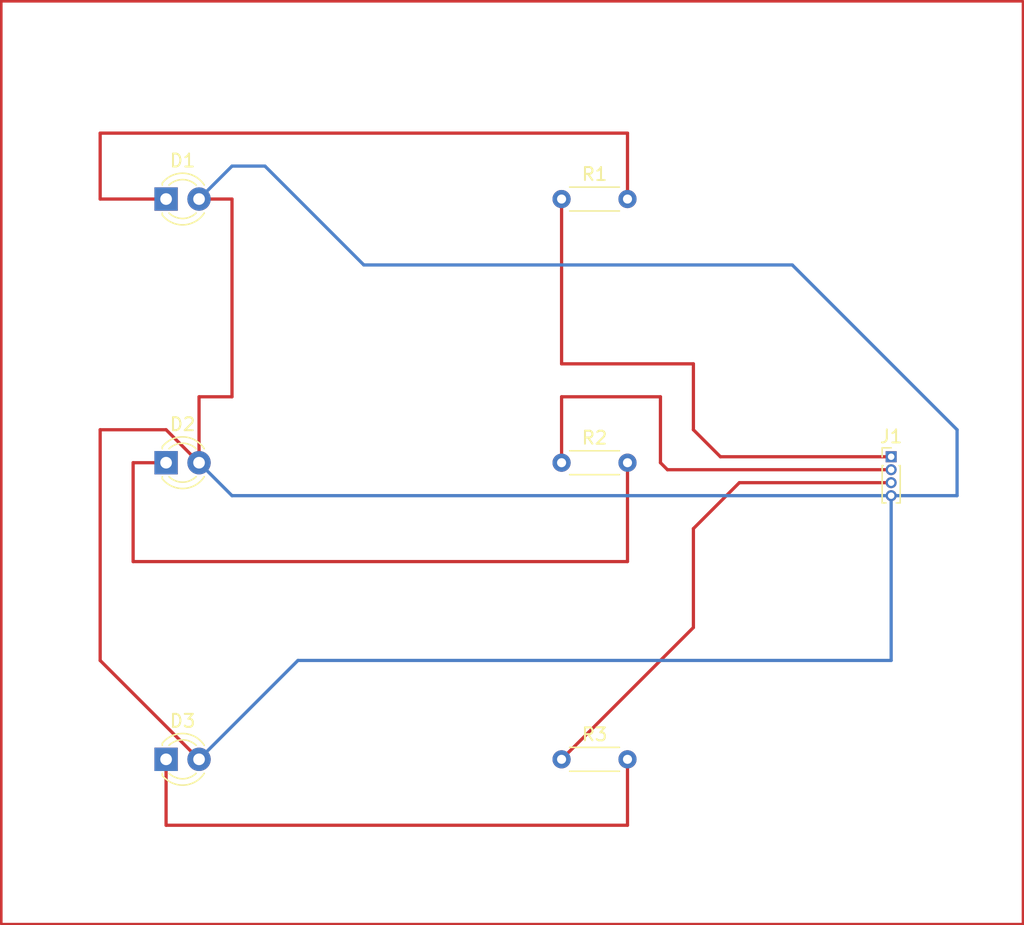
<source format=kicad_pcb>
(kicad_pcb (version 20221018) (generator pcbnew)
  (layers (0 "F.Cu" signal) (31 "B.Cu" signal) (34 "B.Paste" user) (35 "F.Paste" user) (36 "B.SilkS" user "B.Silkscreen") (37 "F.SilkS" user "F.Silkscreen") (38 "B.Mask" user) (39 "F.Mask" user) (44 "Edge.Cuts" user))
  (net 0 "")
  (net 1 "Net-(D1-K)")
  (net 2 "GND")
  (net 3 "Net-(D2-K)")
  (net 4 "Net-(D3-K)")
  (net 5 "Net-(J1-Pin_1)")
  (net 6 "Net-(J1-Pin_2)")
  (net 7 "Net-(J1-Pin_3)")
  (footprint "Connector_PinHeader_1.00mm:PinHeader_1x04_P1.00mm_Vertical" (layer "F.Cu") (at 154.94 70.66)
    (fp_text reference "J1" (at 0 -1.56) (layer "F.SilkS"))
    (fp_text value "Conn_01x04_Pin")
    (fp_line (start -0.695 -0.685) (end 0 -0.685) (stroke (width 0.12)) (layer "F.SilkS"))
    (fp_line (start -0.695 0) (end -0.695 -0.685) (stroke (width 0.12)) (layer "F.SilkS"))
    (fp_line (start -0.695 0.685) (end -0.695 3.56) (stroke (width 0.12)) (layer "F.SilkS"))
    (fp_line (start -0.695 0.685) (end -0.608276 0.685) (stroke (width 0.12)) (layer "F.SilkS"))
    (fp_line (start -0.695 3.56) (end -0.394493 3.56) (stroke (width 0.12)) (layer "F.SilkS"))
    (fp_line (start 0.394493 3.56) (end 0.695 3.56) (stroke (width 0.12)) (layer "F.SilkS"))
    (fp_line (start 0.608276 0.685) (end 0.695 0.685) (stroke (width 0.12)) (layer "F.SilkS"))
    (fp_line (start 0.695 0.685) (end 0.695 3.56) (stroke (width 0.12)) (layer "F.SilkS"))
    (pad "1" thru_hole rect (at 0 0) (size 0.85 0.85) (drill 0.5) (layers "*.Cu" "*.Mask") (net 5 "Net-(J1-Pin_1)"))
    (pad "2" thru_hole oval (at 0 1) (size 0.85 0.85) (drill 0.5) (layers "*.Cu" "*.Mask") (net 6 "Net-(J1-Pin_2)"))
    (pad "3" thru_hole oval (at 0 2) (size 0.85 0.85) (drill 0.5) (layers "*.Cu" "*.Mask") (net 7 "Net-(J1-Pin_3)"))
    (pad "4" thru_hole oval (at 0 3) (size 0.85 0.85) (drill 0.5) (layers "*.Cu" "*.Mask") (net 2 "GND"))
  )
  (footprint "LED_THT:LED_D3.0mm" (layer "F.Cu") (at 99.06 50.8)
    (fp_text reference "D1" (at 1.27 -2.96) (layer "F.SilkS"))
    (fp_text value "LED")
    (fp_line (start -0.29 -1.236) (end -0.29 -1.08) (stroke (width 0.12)) (layer "F.SilkS"))
    (fp_line (start -0.29 1.08) (end -0.29 1.236) (stroke (width 0.12)) (layer "F.SilkS"))
    (fp_arc (start -0.29 -1.235516) (mid 1.366487 -1.987659) (end 2.942335 -1.078608) (stroke (width 0.12)) (layer "F.SilkS"))
    (fp_arc (start 0.229039 -1.08) (mid 1.270117 -1.5) (end 2.31113 -1.079837) (stroke (width 0.12)) (layer "F.SilkS"))
    (fp_arc (start 2.31113 1.079837) (mid 1.270117 1.5) (end 0.229039 1.08) (stroke (width 0.12)) (layer "F.SilkS"))
    (fp_arc (start 2.942335 1.078608) (mid 1.366487 1.987659) (end -0.29 1.235516) (stroke (width 0.12)) (layer "F.SilkS"))
    (pad "1" thru_hole rect (at 0 0) (size 1.8 1.8) (drill 0.9) (layers "*.Cu" "*.Mask") (net 1 "Net-(D1-K)"))
    (pad "2" thru_hole circle (at 2.54 0) (size 1.8 1.8) (drill 0.9) (layers "*.Cu" "*.Mask") (net 2 "GND"))
  )
  (footprint "Resistor_THT:R_Axial_DIN0204_L3.6mm_D1.6mm_P5.08mm_Horizontal" (layer "F.Cu") (at 129.54 93.98)
    (fp_text reference "R3" (at 2.54 -1.92) (layer "F.SilkS"))
    (fp_text value "R")
    (fp_line (start 0.62 -0.92) (end 4.46 -0.92) (stroke (width 0.12)) (layer "F.SilkS"))
    (fp_line (start 0.62 0.92) (end 4.46 0.92) (stroke (width 0.12)) (layer "F.SilkS"))
    (pad "1" thru_hole circle (at 0 0) (size 1.4 1.4) (drill 0.7) (layers "*.Cu" "*.Mask") (net 7 "Net-(J1-Pin_3)"))
    (pad "2" thru_hole oval (at 5.08 0) (size 1.4 1.4) (drill 0.7) (layers "*.Cu" "*.Mask") (net 4 "Net-(D3-K)"))
  )
  (footprint "Resistor_THT:R_Axial_DIN0204_L3.6mm_D1.6mm_P5.08mm_Horizontal" (layer "F.Cu") (at 129.54 71.12)
    (fp_text reference "R2" (at 2.54 -1.92) (layer "F.SilkS"))
    (fp_text value "R")
    (fp_line (start 0.62 -0.92) (end 4.46 -0.92) (stroke (width 0.12)) (layer "F.SilkS"))
    (fp_line (start 0.62 0.92) (end 4.46 0.92) (stroke (width 0.12)) (layer "F.SilkS"))
    (pad "1" thru_hole circle (at 0 0) (size 1.4 1.4) (drill 0.7) (layers "*.Cu" "*.Mask") (net 6 "Net-(J1-Pin_2)"))
    (pad "2" thru_hole oval (at 5.08 0) (size 1.4 1.4) (drill 0.7) (layers "*.Cu" "*.Mask") (net 3 "Net-(D2-K)"))
  )
  (footprint "LED_THT:LED_D3.0mm" (layer "F.Cu") (at 99.06 93.98)
    (fp_text reference "D3" (at 1.27 -2.96) (layer "F.SilkS"))
    (fp_text value "LED")
    (fp_line (start -0.29 -1.236) (end -0.29 -1.08) (stroke (width 0.12)) (layer "F.SilkS"))
    (fp_line (start -0.29 1.08) (end -0.29 1.236) (stroke (width 0.12)) (layer "F.SilkS"))
    (fp_arc (start -0.29 -1.235516) (mid 1.366487 -1.987659) (end 2.942335 -1.078608) (stroke (width 0.12)) (layer "F.SilkS"))
    (fp_arc (start 0.229039 -1.08) (mid 1.270117 -1.5) (end 2.31113 -1.079837) (stroke (width 0.12)) (layer "F.SilkS"))
    (fp_arc (start 2.31113 1.079837) (mid 1.270117 1.5) (end 0.229039 1.08) (stroke (width 0.12)) (layer "F.SilkS"))
    (fp_arc (start 2.942335 1.078608) (mid 1.366487 1.987659) (end -0.29 1.235516) (stroke (width 0.12)) (layer "F.SilkS"))
    (pad "1" thru_hole rect (at 0 0) (size 1.8 1.8) (drill 0.9) (layers "*.Cu" "*.Mask") (net 4 "Net-(D3-K)"))
    (pad "2" thru_hole circle (at 2.54 0) (size 1.8 1.8) (drill 0.9) (layers "*.Cu" "*.Mask") (net 2 "GND"))
  )
  (footprint "Resistor_THT:R_Axial_DIN0204_L3.6mm_D1.6mm_P5.08mm_Horizontal" (layer "F.Cu") (at 129.54 50.8)
    (fp_text reference "R1" (at 2.54 -1.92) (layer "F.SilkS"))
    (fp_text value "R")
    (fp_line (start 0.62 -0.92) (end 4.46 -0.92) (stroke (width 0.12)) (layer "F.SilkS"))
    (fp_line (start 0.62 0.92) (end 4.46 0.92) (stroke (width 0.12)) (layer "F.SilkS"))
    (pad "1" thru_hole circle (at 0 0) (size 1.4 1.4) (drill 0.7) (layers "*.Cu" "*.Mask") (net 5 "Net-(J1-Pin_1)"))
    (pad "2" thru_hole oval (at 5.08 0) (size 1.4 1.4) (drill 0.7) (layers "*.Cu" "*.Mask") (net 1 "Net-(D1-K)"))
  )
  (footprint "LED_THT:LED_D3.0mm" (layer "F.Cu") (at 99.06 71.12)
    (fp_text reference "D2" (at 1.27 -2.96) (layer "F.SilkS"))
    (fp_text value "LED")
    (fp_line (start -0.29 -1.236) (end -0.29 -1.08) (stroke (width 0.12)) (layer "F.SilkS"))
    (fp_line (start -0.29 1.08) (end -0.29 1.236) (stroke (width 0.12)) (layer "F.SilkS"))
    (fp_arc (start -0.29 -1.235516) (mid 1.366487 -1.987659) (end 2.942335 -1.078608) (stroke (width 0.12)) (layer "F.SilkS"))
    (fp_arc (start 0.229039 -1.08) (mid 1.270117 -1.5) (end 2.31113 -1.079837) (stroke (width 0.12)) (layer "F.SilkS"))
    (fp_arc (start 2.31113 1.079837) (mid 1.270117 1.5) (end 0.229039 1.08) (stroke (width 0.12)) (layer "F.SilkS"))
    (fp_arc (start 2.942335 1.078608) (mid 1.366487 1.987659) (end -0.29 1.235516) (stroke (width 0.12)) (layer "F.SilkS"))
    (pad "1" thru_hole rect (at 0 0) (size 1.8 1.8) (drill 0.9) (layers "*.Cu" "*.Mask") (net 3 "Net-(D2-K)"))
    (pad "2" thru_hole circle (at 2.54 0) (size 1.8 1.8) (drill 0.9) (layers "*.Cu" "*.Mask") (net 2 "GND"))
  )
  (gr_rect (start 86.36 35.56) (end 165.1 106.68) (stroke (width 0.2)) (fill none) (layer "F.Cu"))
  (segment (start 93.98 50.8) (end 93.98 45.72) (width 0.25) (layer "F.Cu") (net 1))
  (segment (start 134.62 45.72) (end 134.62 50.8) (width 0.25) (layer "F.Cu") (net 1))
  (segment (start 99.06 50.8) (end 93.98 50.8) (width 0.25) (layer "F.Cu") (net 1))
  (segment (start 93.98 45.72) (end 134.62 45.72) (width 0.25) (layer "F.Cu") (net 1))
  (segment (start 101.6 66.04) (end 101.6 71.12) (width 0.25) (layer "F.Cu") (net 2))
  (segment (start 101.6 50.8) (end 104.14 50.8) (width 0.25) (layer "F.Cu") (net 2))
  (segment (start 101.6 93.98) (end 93.98 86.36) (width 0.25) (layer "F.Cu") (net 2))
  (segment (start 104.14 66.04) (end 101.6 66.04) (width 0.25) (layer "F.Cu") (net 2))
  (segment (start 93.98 68.58) (end 99.06 68.58) (width 0.25) (layer "F.Cu") (net 2))
  (segment (start 93.98 86.36) (end 93.98 68.58) (width 0.25) (layer "F.Cu") (net 2))
  (segment (start 104.14 50.8) (end 104.14 66.04) (width 0.25) (layer "F.Cu") (net 2))
  (segment (start 99.06 68.58) (end 101.6 71.12) (width 0.25) (layer "F.Cu") (net 2))
  (segment (start 104.14 73.66) (end 101.6 71.12) (width 0.25) (layer "B.Cu") (net 2))
  (segment (start 154.94 73.66) (end 154.94 86.36) (width 0.25) (layer "B.Cu") (net 2))
  (segment (start 147.32 55.88) (end 114.3 55.88) (width 0.25) (layer "B.Cu") (net 2))
  (segment (start 154.94 73.66) (end 104.14 73.66) (width 0.25) (layer "B.Cu") (net 2))
  (segment (start 109.22 86.36) (end 101.6 93.98) (width 0.25) (layer "B.Cu") (net 2))
  (segment (start 154.94 86.36) (end 109.22 86.36) (width 0.25) (layer "B.Cu") (net 2))
  (segment (start 160.02 73.66) (end 160.02 68.58) (width 0.25) (layer "B.Cu") (net 2))
  (segment (start 106.68 48.26) (end 104.14 48.26) (width 0.25) (layer "B.Cu") (net 2))
  (segment (start 114.3 55.88) (end 106.68 48.26) (width 0.25) (layer "B.Cu") (net 2))
  (segment (start 154.94 73.66) (end 160.02 73.66) (width 0.25) (layer "B.Cu") (net 2))
  (segment (start 104.14 48.26) (end 101.6 50.8) (width 0.25) (layer "B.Cu") (net 2))
  (segment (start 160.02 68.58) (end 147.32 55.88) (width 0.25) (layer "B.Cu") (net 2))
  (segment (start 134.62 78.74) (end 134.62 71.12) (width 0.25) (layer "F.Cu") (net 3))
  (segment (start 99.06 71.12) (end 96.52 71.12) (width 0.25) (layer "F.Cu") (net 3))
  (segment (start 96.52 71.12) (end 96.52 78.74) (width 0.25) (layer "F.Cu") (net 3))
  (segment (start 96.52 78.74) (end 134.62 78.74) (width 0.25) (layer "F.Cu") (net 3))
  (segment (start 134.62 99.06) (end 134.62 93.98) (width 0.25) (layer "F.Cu") (net 4))
  (segment (start 99.06 99.06) (end 134.62 99.06) (width 0.25) (layer "F.Cu") (net 4))
  (segment (start 99.06 93.98) (end 99.06 99.06) (width 0.25) (layer "F.Cu") (net 4))
  (segment (start 139.7 68.58) (end 141.78 70.66) (width 0.25) (layer "F.Cu") (net 5))
  (segment (start 129.54 63.5) (end 139.7 63.5) (width 0.25) (layer "F.Cu") (net 5))
  (segment (start 139.7 63.5) (end 139.7 68.58) (width 0.25) (layer "F.Cu") (net 5))
  (segment (start 141.78 70.66) (end 154.94 70.66) (width 0.25) (layer "F.Cu") (net 5))
  (segment (start 129.54 50.8) (end 129.54 63.5) (width 0.25) (layer "F.Cu") (net 5))
  (segment (start 129.54 71.12) (end 129.54 66.04) (width 0.25) (layer "F.Cu") (net 6))
  (segment (start 137.16 66.04) (end 137.16 71.12) (width 0.25) (layer "F.Cu") (net 6))
  (segment (start 129.54 66.04) (end 137.16 66.04) (width 0.25) (layer "F.Cu") (net 6))
  (segment (start 137.7 71.66) (end 154.94 71.66) (width 0.25) (layer "F.Cu") (net 6))
  (segment (start 137.16 71.12) (end 137.7 71.66) (width 0.25) (layer "F.Cu") (net 6))
  (segment (start 143.24 72.66) (end 154.94 72.66) (width 0.25) (layer "F.Cu") (net 7))
  (segment (start 139.7 83.82) (end 139.7 76.2) (width 0.25) (layer "F.Cu") (net 7))
  (segment (start 139.7 76.2) (end 143.24 72.66) (width 0.25) (layer "F.Cu") (net 7))
  (segment (start 129.54 93.98) (end 139.7 83.82) (width 0.25) (layer "F.Cu") (net 7))
)
</source>
